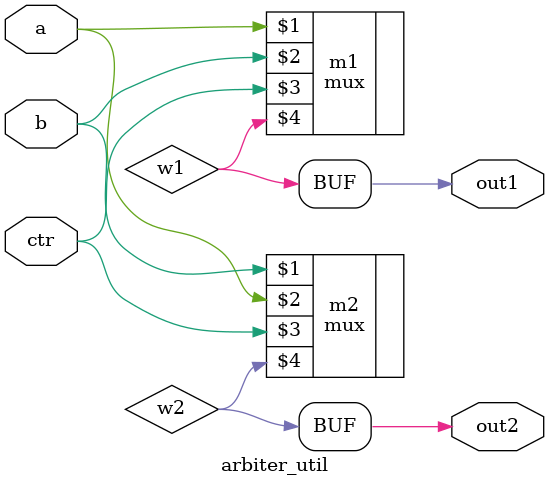
<source format=v>
`timescale 1ns / 1ps


module arbiter_util(
    input a,
    input b,
    input ctr,
    output out1,
    output out2
    );
    wire w1,w2,w3,w4;
    mux m1 (a,b,ctr,w1);
    mux m2 (b,a,ctr,w2);
    not n1(w3,w1);
    not n2(out1,w3);
    not n3(w4,w2);
    not n4(out2,w4);
endmodule

</source>
